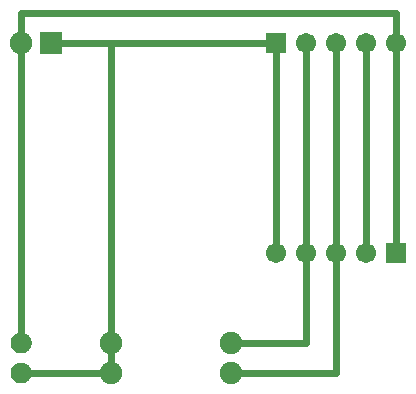
<source format=gtl>
G04 MADE WITH FRITZING*
G04 WWW.FRITZING.ORG*
G04 DOUBLE SIDED*
G04 HOLES PLATED*
G04 CONTOUR ON CENTER OF CONTOUR VECTOR*
%ASAXBY*%
%FSLAX23Y23*%
%MOIN*%
%OFA0B0*%
%SFA1.0B1.0*%
%ADD10C,0.067559*%
%ADD11C,0.075000*%
%ADD12C,0.070000*%
%ADD13R,0.067559X0.067559*%
%ADD14R,0.075000X0.075000*%
%ADD15C,0.024000*%
%ADD16R,0.001000X0.001000*%
%LNCOPPER1*%
G90*
G70*
G54D10*
X1572Y566D03*
X1472Y566D03*
X1372Y566D03*
X1272Y566D03*
X1172Y566D03*
X1172Y1266D03*
X1272Y1266D03*
X1372Y1266D03*
X1472Y1266D03*
X1572Y1266D03*
G54D11*
X622Y166D03*
X1022Y166D03*
X622Y266D03*
X1022Y266D03*
G54D12*
X322Y266D03*
X322Y166D03*
G54D11*
X422Y1266D03*
X322Y1266D03*
G54D13*
X1572Y566D03*
X1172Y1266D03*
G54D14*
X422Y1266D03*
G54D15*
X1172Y591D02*
X1172Y1242D01*
D02*
X1272Y591D02*
X1272Y1242D01*
D02*
X1372Y591D02*
X1372Y1242D01*
D02*
X1472Y591D02*
X1472Y1242D01*
D02*
X1572Y1367D02*
X322Y1367D01*
D02*
X322Y1367D02*
X322Y1295D01*
D02*
X1572Y1291D02*
X1572Y1367D01*
D02*
X1272Y266D02*
X1272Y542D01*
D02*
X1051Y266D02*
X1272Y266D01*
D02*
X1372Y167D02*
X1372Y542D01*
D02*
X1051Y166D02*
X1372Y167D01*
D02*
X322Y1238D02*
X322Y293D01*
D02*
X622Y238D02*
X622Y195D01*
D02*
X594Y166D02*
X348Y166D01*
D02*
X1572Y591D02*
X1572Y1242D01*
D02*
X622Y1267D02*
X451Y1267D01*
D02*
X1147Y1266D02*
X451Y1266D01*
D02*
X622Y295D02*
X622Y1267D01*
G54D16*
X315Y301D02*
X329Y301D01*
X311Y300D02*
X332Y300D01*
X309Y299D02*
X335Y299D01*
X306Y298D02*
X337Y298D01*
X305Y297D02*
X339Y297D01*
X303Y296D02*
X340Y296D01*
X301Y295D02*
X342Y295D01*
X300Y294D02*
X343Y294D01*
X299Y293D02*
X344Y293D01*
X298Y292D02*
X346Y292D01*
X297Y291D02*
X347Y291D01*
X296Y290D02*
X347Y290D01*
X295Y289D02*
X348Y289D01*
X294Y288D02*
X349Y288D01*
X294Y287D02*
X350Y287D01*
X293Y286D02*
X350Y286D01*
X292Y285D02*
X351Y285D01*
X292Y284D02*
X352Y284D01*
X291Y283D02*
X352Y283D01*
X291Y282D02*
X353Y282D01*
X290Y281D02*
X316Y281D01*
X328Y281D02*
X353Y281D01*
X290Y280D02*
X314Y280D01*
X330Y280D02*
X353Y280D01*
X290Y279D02*
X312Y279D01*
X331Y279D02*
X354Y279D01*
X289Y278D02*
X311Y278D01*
X332Y278D02*
X354Y278D01*
X289Y277D02*
X310Y277D01*
X333Y277D02*
X355Y277D01*
X289Y276D02*
X309Y276D01*
X334Y276D02*
X355Y276D01*
X288Y275D02*
X308Y275D01*
X335Y275D02*
X355Y275D01*
X288Y274D02*
X308Y274D01*
X335Y274D02*
X355Y274D01*
X288Y273D02*
X307Y273D01*
X336Y273D02*
X356Y273D01*
X288Y272D02*
X307Y272D01*
X336Y272D02*
X356Y272D01*
X287Y271D02*
X307Y271D01*
X337Y271D02*
X356Y271D01*
X287Y270D02*
X306Y270D01*
X337Y270D02*
X356Y270D01*
X287Y269D02*
X306Y269D01*
X337Y269D02*
X356Y269D01*
X287Y268D02*
X306Y268D01*
X337Y268D02*
X356Y268D01*
X287Y267D02*
X306Y267D01*
X337Y267D02*
X356Y267D01*
X287Y266D02*
X306Y266D01*
X337Y266D02*
X356Y266D01*
X287Y265D02*
X306Y265D01*
X337Y265D02*
X356Y265D01*
X287Y264D02*
X306Y264D01*
X337Y264D02*
X356Y264D01*
X287Y263D02*
X307Y263D01*
X337Y263D02*
X356Y263D01*
X288Y262D02*
X307Y262D01*
X336Y262D02*
X356Y262D01*
X288Y261D02*
X307Y261D01*
X336Y261D02*
X356Y261D01*
X288Y260D02*
X308Y260D01*
X336Y260D02*
X355Y260D01*
X288Y259D02*
X308Y259D01*
X335Y259D02*
X355Y259D01*
X289Y258D02*
X309Y258D01*
X334Y258D02*
X355Y258D01*
X289Y257D02*
X310Y257D01*
X333Y257D02*
X355Y257D01*
X289Y256D02*
X311Y256D01*
X332Y256D02*
X354Y256D01*
X289Y255D02*
X312Y255D01*
X331Y255D02*
X354Y255D01*
X290Y254D02*
X313Y254D01*
X330Y254D02*
X353Y254D01*
X290Y253D02*
X315Y253D01*
X328Y253D02*
X353Y253D01*
X291Y252D02*
X320Y252D01*
X323Y252D02*
X353Y252D01*
X291Y251D02*
X352Y251D01*
X292Y250D02*
X352Y250D01*
X292Y249D02*
X351Y249D01*
X293Y248D02*
X350Y248D01*
X294Y247D02*
X350Y247D01*
X294Y246D02*
X349Y246D01*
X295Y245D02*
X348Y245D01*
X296Y244D02*
X348Y244D01*
X297Y243D02*
X347Y243D01*
X298Y242D02*
X346Y242D01*
X299Y241D02*
X345Y241D01*
X300Y240D02*
X343Y240D01*
X301Y239D02*
X342Y239D01*
X303Y238D02*
X341Y238D01*
X304Y237D02*
X339Y237D01*
X306Y236D02*
X337Y236D01*
X308Y235D02*
X335Y235D01*
X311Y234D02*
X332Y234D01*
X314Y233D02*
X329Y233D01*
X321Y232D02*
X322Y232D01*
X315Y201D02*
X329Y201D01*
X311Y200D02*
X332Y200D01*
X309Y199D02*
X335Y199D01*
X306Y198D02*
X337Y198D01*
X305Y197D02*
X339Y197D01*
X303Y196D02*
X340Y196D01*
X301Y195D02*
X342Y195D01*
X300Y194D02*
X343Y194D01*
X299Y193D02*
X344Y193D01*
X298Y192D02*
X346Y192D01*
X297Y191D02*
X347Y191D01*
X296Y190D02*
X347Y190D01*
X295Y189D02*
X348Y189D01*
X294Y188D02*
X349Y188D01*
X294Y187D02*
X350Y187D01*
X293Y186D02*
X350Y186D01*
X292Y185D02*
X351Y185D01*
X292Y184D02*
X352Y184D01*
X291Y183D02*
X352Y183D01*
X291Y182D02*
X353Y182D01*
X290Y181D02*
X316Y181D01*
X328Y181D02*
X353Y181D01*
X290Y180D02*
X314Y180D01*
X330Y180D02*
X353Y180D01*
X290Y179D02*
X312Y179D01*
X331Y179D02*
X354Y179D01*
X289Y178D02*
X311Y178D01*
X332Y178D02*
X354Y178D01*
X289Y177D02*
X310Y177D01*
X333Y177D02*
X355Y177D01*
X289Y176D02*
X309Y176D01*
X334Y176D02*
X355Y176D01*
X288Y175D02*
X308Y175D01*
X335Y175D02*
X355Y175D01*
X288Y174D02*
X308Y174D01*
X335Y174D02*
X355Y174D01*
X288Y173D02*
X307Y173D01*
X336Y173D02*
X356Y173D01*
X288Y172D02*
X307Y172D01*
X336Y172D02*
X356Y172D01*
X287Y171D02*
X307Y171D01*
X337Y171D02*
X356Y171D01*
X287Y170D02*
X306Y170D01*
X337Y170D02*
X356Y170D01*
X287Y169D02*
X306Y169D01*
X337Y169D02*
X356Y169D01*
X287Y168D02*
X306Y168D01*
X337Y168D02*
X356Y168D01*
X287Y167D02*
X306Y167D01*
X337Y167D02*
X356Y167D01*
X287Y166D02*
X306Y166D01*
X337Y166D02*
X356Y166D01*
X287Y165D02*
X306Y165D01*
X337Y165D02*
X356Y165D01*
X287Y164D02*
X306Y164D01*
X337Y164D02*
X356Y164D01*
X287Y163D02*
X307Y163D01*
X337Y163D02*
X356Y163D01*
X288Y162D02*
X307Y162D01*
X336Y162D02*
X356Y162D01*
X288Y161D02*
X307Y161D01*
X336Y161D02*
X356Y161D01*
X288Y160D02*
X308Y160D01*
X336Y160D02*
X355Y160D01*
X288Y159D02*
X308Y159D01*
X335Y159D02*
X355Y159D01*
X289Y158D02*
X309Y158D01*
X334Y158D02*
X355Y158D01*
X289Y157D02*
X310Y157D01*
X333Y157D02*
X355Y157D01*
X289Y156D02*
X311Y156D01*
X332Y156D02*
X354Y156D01*
X289Y155D02*
X312Y155D01*
X331Y155D02*
X354Y155D01*
X290Y154D02*
X313Y154D01*
X330Y154D02*
X353Y154D01*
X290Y153D02*
X315Y153D01*
X328Y153D02*
X353Y153D01*
X291Y152D02*
X320Y152D01*
X323Y152D02*
X353Y152D01*
X291Y151D02*
X352Y151D01*
X292Y150D02*
X352Y150D01*
X292Y149D02*
X351Y149D01*
X293Y148D02*
X350Y148D01*
X294Y147D02*
X350Y147D01*
X294Y146D02*
X349Y146D01*
X295Y145D02*
X348Y145D01*
X296Y144D02*
X348Y144D01*
X297Y143D02*
X347Y143D01*
X298Y142D02*
X346Y142D01*
X299Y141D02*
X345Y141D01*
X300Y140D02*
X343Y140D01*
X301Y139D02*
X342Y139D01*
X303Y138D02*
X341Y138D01*
X304Y137D02*
X339Y137D01*
X306Y136D02*
X337Y136D01*
X308Y135D02*
X335Y135D01*
X311Y134D02*
X332Y134D01*
X314Y133D02*
X329Y133D01*
X321Y132D02*
X322Y132D01*
D02*
G04 End of Copper1*
M02*
</source>
